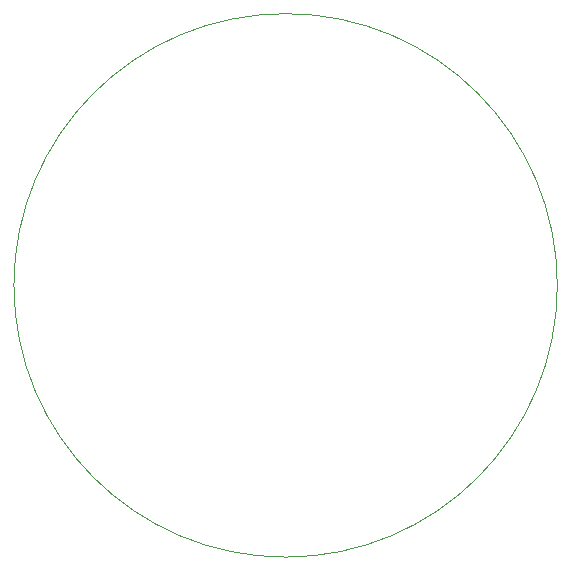
<source format=gbr>
%TF.GenerationSoftware,KiCad,Pcbnew,8.0.0*%
%TF.CreationDate,2024-05-13T13:59:27-05:00*%
%TF.ProjectId,GaussMouse_Sensor,47617573-734d-46f7-9573-655f53656e73,rev?*%
%TF.SameCoordinates,Original*%
%TF.FileFunction,Profile,NP*%
%FSLAX46Y46*%
G04 Gerber Fmt 4.6, Leading zero omitted, Abs format (unit mm)*
G04 Created by KiCad (PCBNEW 8.0.0) date 2024-05-13 13:59:27*
%MOMM*%
%LPD*%
G01*
G04 APERTURE LIST*
%TA.AperFunction,Profile*%
%ADD10C,0.050000*%
%TD*%
G04 APERTURE END LIST*
D10*
X161005434Y-94000000D02*
G75*
G02*
X114994566Y-94000000I-23005434J0D01*
G01*
X114994566Y-94000000D02*
G75*
G02*
X161005434Y-94000000I23005434J0D01*
G01*
M02*

</source>
